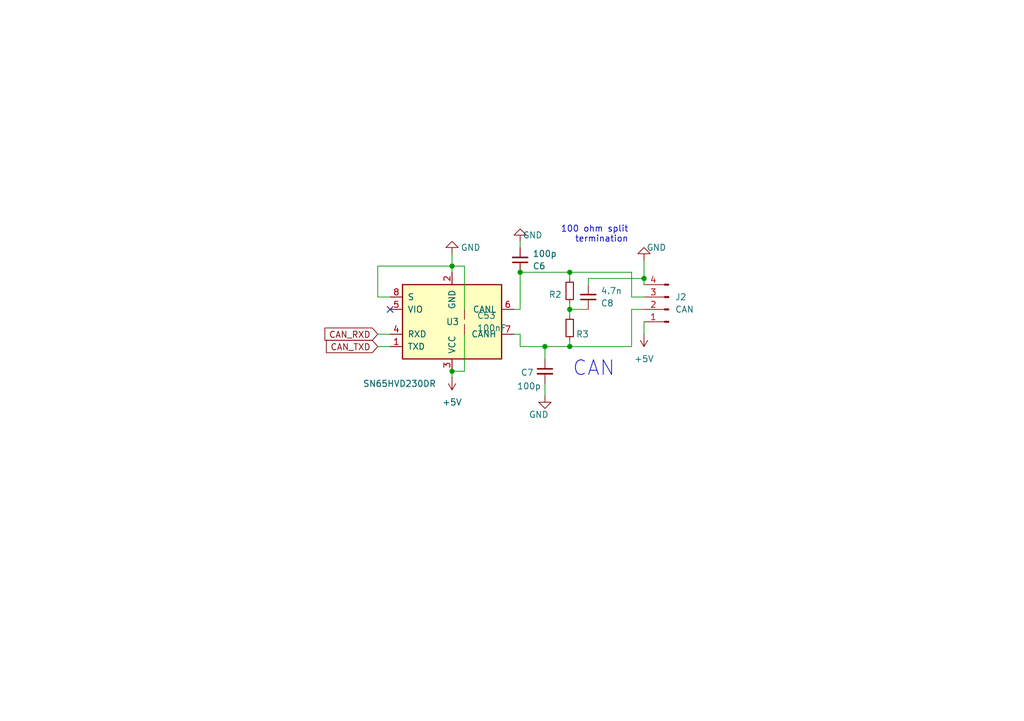
<source format=kicad_sch>
(kicad_sch (version 20231120) (generator "eeschema") (generator_version "8.0")
  (paper "A5")
  (title_block (title "CAN"))
  (lib_symbols
    (symbol "Connector:Conn_01x04_Pin" (pin_names (offset 1.016) hide)
      (property "Reference" "J" (at 0 5.08 0))
      (property "Value" "Conn_01x04_Pin" (at 0 -7.62 0))
      (symbol "Conn_01x04_Pin_1_1"
        (polyline (pts (xy 1.27 -5.08) (xy 0.8636 -5.08)) (stroke (width 0.1524)))
        (polyline (pts (xy 1.27 -2.54) (xy 0.8636 -2.54)) (stroke (width 0.1524)))
        (polyline (pts (xy 1.27 0) (xy 0.8636 0)) (stroke (width 0.1524)))
        (polyline (pts (xy 1.27 2.54) (xy 0.8636 2.54)) (stroke (width 0.1524)))
        (rectangle (start 0.8636 -4.953) (end 0 -5.207) (stroke (width 0.1524)) (fill (type outline)))
        (rectangle (start 0.8636 -2.413) (end 0 -2.667) (stroke (width 0.1524)) (fill (type outline)))
        (rectangle (start 0.8636 0.127) (end 0 -0.127) (stroke (width 0.1524)) (fill (type outline)))
        (rectangle (start 0.8636 2.667) (end 0 2.413) (stroke (width 0.1524)) (fill (type outline)))
        (pin passive line (at 5.08 2.54 180) (length 3.81) (name "Pin_1") (number "1"))
        (pin passive line (at 5.08 0 180) (length 3.81) (name "Pin_2") (number "2"))
        (pin passive line (at 5.08 -2.54 180) (length 3.81) (name "Pin_3") (number "3"))
        (pin passive line (at 5.08 -5.08 180) (length 3.81) (name "Pin_4") (number "4"))
      )
    )
    (symbol "Device:C_Small" (pin_numbers hide) (pin_names (offset 0.254) hide)
      (property "Reference" "C" (at 0.254 1.778 0))
      (property "Value" "C_Small" (at 0.254 -2.032 0))
      (symbol "C_Small_0_1"
        (polyline (pts (xy -1.524 -0.508) (xy 1.524 -0.508)) (stroke (width 0.3302)))
        (polyline (pts (xy -1.524 0.508) (xy 1.524 0.508)) (stroke (width 0.3048)))
      )
      (symbol "C_Small_1_1"
        (pin passive line (at 0 2.54 270) (length 2.032) (name "~") (number "1"))
        (pin passive line (at 0 -2.54 90) (length 2.032) (name "~") (number "2"))
      )
    )
    (symbol "Device:R_Small" (pin_numbers hide) (pin_names (offset 0.254) hide)
      (property "Reference" "R" (at 0.762 0.508 0))
      (property "Value" "R_Small" (at 0.762 -1.016 0))
      (symbol "R_Small_0_1"
        (rectangle (start -0.762 1.778) (end 0.762 -1.778) (stroke (width 0.2032)))
      )
      (symbol "R_Small_1_1"
        (pin passive line (at 0 2.54 270) (length 0.762) (name "~") (number "1"))
        (pin passive line (at 0 -2.54 90) (length 0.762) (name "~") (number "2"))
      )
    )
    (symbol "Interface_CAN_LIN:TJA1051T-3" (pin_names (offset 1.016))
      (property "Reference" "U" (at -10.16 8.89 0))
      (property "Value" "TJA1051T-3" (at 1.27 8.89 0))
      (symbol "TJA1051T-3_0_1"
        (rectangle (start -10.16 7.62) (end 10.16 -7.62) (stroke (width 0.254)) (fill (type background)))
      )
      (symbol "TJA1051T-3_1_1"
        (pin input line (at -12.7 5.08 0) (length 2.54) (name "TXD") (number "1"))
        (pin power_in line (at 0 -10.16 90) (length 2.54) (name "GND") (number "2"))
        (pin power_in line (at 0 10.16 270) (length 2.54) (name "VCC") (number "3"))
        (pin output line (at -12.7 2.54 0) (length 2.54) (name "RXD") (number "4"))
        (pin power_in line (at -12.7 -2.54 0) (length 2.54) (name "VIO") (number "5"))
        (pin bidirectional line (at 12.7 -2.54 180) (length 2.54) (name "CANL") (number "6"))
        (pin bidirectional line (at 12.7 2.54 180) (length 2.54) (name "CANH") (number "7"))
        (pin input line (at -12.7 -5.08 0) (length 2.54) (name "S") (number "8"))
      )
    )
    (symbol "power:+5V" (power) (pin_numbers hide) (pin_names (offset 0) hide)
      (property "Value" "+5V" (at 0 3.556 0))
      (symbol "+5V_0_1"
        (polyline (pts (xy -0.762 1.27) (xy 0 2.54)))
        (polyline (pts (xy 0 0) (xy 0 2.54)))
        (polyline (pts (xy 0 2.54) (xy 0.762 1.27)))
      )
      (symbol "+5V_1_1"
        (pin power_in line (at 0 0 90) (length 0) (name "~") (number "1"))
      )
    )
    (symbol "power:GND" (power) (pin_numbers hide) (pin_names (offset 0) hide)
      (property "Value" "GND" (at 0 -3.81 0))
      (symbol "GND_0_1"
        (polyline (pts (xy 0 0) (xy 0 -1.27) (xy 1.27 -1.27) (xy 0 -2.54) (xy -1.27 -1.27) (xy 0 -1.27)))
      )
      (symbol "GND_1_1"
        (pin power_in line (at 0 0 270) (length 0) (name "~") (number "1"))
      )
    )
  )
  (junction (at 116.84 71.12))
  (junction (at 92.71 76.2))
  (junction (at 106.68 55.88))
  (junction (at 92.71 54.61))
  (junction (at 111.76 71.12))
  (junction (at 116.84 55.88))
  (junction (at 116.84 63.5))
  (junction (at 132.08 57.15))
  (no_connect (at 80.01 63.5))
  (wire (pts (xy 77.47 68.58) (xy 80.01 68.58)))
  (wire (pts (xy 95.25 63.5) (xy 95.25 54.61)))
  (wire (pts (xy 77.47 60.96) (xy 80.01 60.96)))
  (wire (pts (xy 95.25 54.61) (xy 92.71 54.61)))
  (wire (pts (xy 106.68 71.12) (xy 106.68 68.58)))
  (wire (pts (xy 120.65 58.42) (xy 120.65 57.15)))
  (wire (pts (xy 116.84 64.77) (xy 116.84 63.5)))
  (wire (pts (xy 77.47 71.12) (xy 80.01 71.12)))
  (wire (pts (xy 132.08 53.34) (xy 132.08 57.15)))
  (wire (pts (xy 95.25 76.2) (xy 92.71 76.2)))
  (wire (pts (xy 132.08 60.96) (xy 129.54 60.96)))
  (wire (pts (xy 116.84 63.5) (xy 116.84 62.23)))
  (wire (pts (xy 77.47 54.61) (xy 77.47 60.96)))
  (wire (pts (xy 116.84 71.12) (xy 116.84 69.85)))
  (wire (pts (xy 106.68 50.8) (xy 106.68 49.53)))
  (wire (pts (xy 129.54 55.88) (xy 116.84 55.88)))
  (wire (pts (xy 105.41 63.5) (xy 106.68 63.5)))
  (wire (pts (xy 120.65 63.5) (xy 116.84 63.5)))
  (wire (pts (xy 129.54 71.12) (xy 116.84 71.12)))
  (wire (pts (xy 92.71 54.61) (xy 77.47 54.61)))
  (wire (pts (xy 129.54 63.5) (xy 132.08 63.5)))
  (wire (pts (xy 92.71 55.88) (xy 92.71 54.61)))
  (wire (pts (xy 129.54 71.12) (xy 129.54 63.5)))
  (wire (pts (xy 106.68 55.88) (xy 116.84 55.88)))
  (wire (pts (xy 92.71 76.2) (xy 92.71 77.47)))
  (wire (pts (xy 129.54 60.96) (xy 129.54 55.88)))
  (wire (pts (xy 116.84 55.88) (xy 116.84 57.15)))
  (wire (pts (xy 95.25 68.58) (xy 95.25 76.2)))
  (wire (pts (xy 111.76 71.12) (xy 116.84 71.12)))
  (wire (pts (xy 106.68 63.5) (xy 106.68 55.88)))
  (wire (pts (xy 132.08 57.15) (xy 120.65 57.15)))
  (wire (pts (xy 92.71 54.61) (xy 92.71 52.07)))
  (wire (pts (xy 111.76 71.12) (xy 111.76 73.66)))
  (wire (pts (xy 105.41 68.58) (xy 106.68 68.58)))
  (wire (pts (xy 132.08 57.15) (xy 132.08 58.42)))
  (wire (pts (xy 106.68 71.12) (xy 111.76 71.12)))
  (wire (pts (xy 111.76 78.74) (xy 111.76 81.28)))
  (wire (pts (xy 132.08 68.58) (xy 132.08 66.04)))
  (text "CAN" (at 126.238 77.47 0) (effects (font (size 2.9972 2.9972)) (justify right bottom)))
  (text "100 ohm split\n termination" (at 128.905 49.911 0) (effects (font (size 1.27 1.27)) (justify right bottom)))
  (global_label "CAN_RXD" (shape input) (at 77.47 68.58 180) (property "Intersheetrefs" "${INTERSHEET_REFS}" (effects (hide yes))))
  (global_label "CAN_TXD" (shape input) (at 77.47 71.12 180) (property "Intersheetrefs" "${INTERSHEET_REFS}" (effects (hide yes))))
  (symbol (lib_id "power:GND") (at 106.68 49.53 180) (unit 1)
    (property "Reference" "#PWR012" (effects (hide yes)))
    (property "Value" "GND" (at 109.22 48.26 0))
  )
  (symbol (lib_id "Device:C_Small") (at 95.25 66.04 0) (unit 1)
    (property "Reference" "C53" (at 97.79 64.7762 0) (effects (justify left)))
    (property "Value" "100nF" (at 97.79 67.3162 0) (effects (justify left)))
    (property "Footprint" "Capacitor_SMD:C_0402_1005Metric" (effects (hide yes)))
    (property "Description" "Unpolarized capacitor, small symbol" (effects (hide yes)))
    (property "LCSC" "C60474" (effects (hide yes)))
  )
  (symbol (lib_id "power:GND") (at 92.71 52.07 180) (unit 1)
    (property "Reference" "#PWR010" (effects (hide yes)))
    (property "Value" "GND" (at 96.52 50.8 0))
  )
  (symbol (lib_id "Device:R_Small") (at 116.84 67.31 0) (mirror y) (unit 1)
    (property "Reference" "R3" (at 118.11 68.58 0) (effects (justify right)))
    (property "Value" "100Ω" (effects (hide yes)))
    (property "Footprint" "Resistor_SMD:R_0402_1005Metric" (effects (hide yes)))
    (property "LCSC" "C25076" (effects (hide yes)))
  )
  (symbol (lib_id "power:+5V") (at 92.71 77.47 0) (mirror x) (unit 1)
    (property "Reference" "#PWR011" (effects (hide yes)))
    (property "Value" "+5V" (at 92.71 82.55 0))
    (property "Description" "Power symbol creates a global label with name \"+5V\"" (effects (hide yes)))
  )
  (symbol (lib_id "power:GND") (at 111.76 81.28 0) (unit 1)
    (property "Reference" "#PWR013" (effects (hide yes)))
    (property "Value" "GND" (at 110.49 85.09 0))
  )
  (symbol (lib_id "Device:C_Small") (at 111.76 76.2 0) (mirror y) (unit 1)
    (property "Reference" "C7" (at 109.474 76.454 0) (effects (justify left)))
    (property "Value" "100p" (at 110.998 79.248 0) (effects (justify left)))
    (property "Footprint" "Capacitor_SMD:C_0402_1005Metric" (effects (hide yes)))
    (property "LCSC" "C1546" (effects (hide yes)))
  )
  (symbol (lib_id "Device:C_Small") (at 120.65 60.96 0) (mirror x) (unit 1)
    (property "Reference" "C8" (at 123.19 62.23 0) (effects (justify left)))
    (property "Value" "4.7n" (at 123.19 59.69 0) (effects (justify left)))
    (property "Footprint" "Capacitor_SMD:C_0402_1005Metric" (effects (hide yes)))
    (property "Datasheet" "https://datasheet.lcsc.com/lcsc/1811031110_FH--Guangdong-Fenghua-Advanced-Tech-0402B472K500NT_C1538.pdf" (effects (hide yes)))
    (property "LCSC" "C1538" (effects (hide yes)))
  )
  (symbol (lib_id "Device:R_Small") (at 116.84 59.69 0) (mirror y) (unit 1)
    (property "Reference" "R2" (at 112.522 60.452 0) (effects (justify right)))
    (property "Value" "100Ω" (effects (hide yes)))
    (property "Footprint" "Resistor_SMD:R_0402_1005Metric" (effects (hide yes)))
    (property "LCSC" "C25076" (effects (hide yes)))
  )
  (symbol (lib_id "Connector:Conn_01x04_Pin") (at 137.16 63.5 180) (unit 1)
    (property "Reference" "J2" (at 138.43 60.9599 0) (effects (justify right)))
    (property "Value" "CAN" (at 138.43 63.4999 0) (effects (justify right)))
    (property "Footprint" "Connector_JST:JST_GH_BM04B-GHS-TBT_1x04-1MP_P1.25mm_Vertical" (effects (hide yes)))
    (property "Description" "Generic connector, single row, 01x04, script generated" (effects (hide yes)))
    (property "LCSC" "C3029370" (effects (hide yes)))
  )
  (symbol (lib_id "power:GND") (at 132.08 53.34 0) (mirror x) (unit 1)
    (property "Reference" "#PWR014" (effects (hide yes)))
    (property "Value" "GND" (at 134.62 50.8 0))
  )
  (symbol (lib_id "Interface_CAN_LIN:TJA1051T-3") (at 92.71 66.04 0) (mirror x) (unit 1)
    (property "Reference" "U3" (at 91.44 66.04 0) (effects (justify left)))
    (property "Value" "SN65HVD230DR" (at 74.422 78.74 0) (effects (justify left)))
    (property "Footprint" "Package_SO:SOIC-8_3.9x4.9mm_P1.27mm" (effects (hide yes)))
    (property "Datasheet" "https://datasheet.lcsc.com/lcsc/1809201810_NXP-Semicon-TJA1050T-CM-118_C6952.pdf" (effects (hide yes)))
    (property "LCSC" "C12084" (effects (hide yes)))
  )
  (symbol (lib_id "Device:C_Small") (at 106.68 53.34 0) (mirror x) (unit 1)
    (property "Reference" "C6" (at 109.22 54.61 0) (effects (justify left)))
    (property "Value" "100p" (at 109.22 52.07 0) (effects (justify left)))
    (property "Footprint" "Capacitor_SMD:C_0402_1005Metric" (effects (hide yes)))
    (property "LCSC" "C1546" (effects (hide yes)))
  )
  (symbol (lib_id "power:+5V") (at 132.08 68.58 180) (unit 1)
    (property "Reference" "#PWR015" (effects (hide yes)))
    (property "Value" "+5V" (at 132.08 73.66 0))
  )
)
</source>
